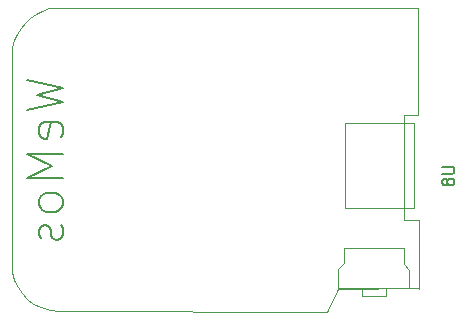
<source format=gbr>
G04 #@! TF.FileFunction,Legend,Bot*
%FSLAX46Y46*%
G04 Gerber Fmt 4.6, Leading zero omitted, Abs format (unit mm)*
G04 Created by KiCad (PCBNEW 4.0.5-e0-6337~52~ubuntu16.10.1) date Thu Jan 26 22:16:01 2017*
%MOMM*%
%LPD*%
G01*
G04 APERTURE LIST*
%ADD10C,0.100000*%
%ADD11C,0.150000*%
G04 APERTURE END LIST*
D10*
X73427228Y-119275472D02*
X73427228Y-113464180D01*
X73427228Y-113464180D02*
X72143795Y-113437849D01*
X72143795Y-113437849D02*
X72150483Y-104606627D01*
X72150483Y-104606627D02*
X73352736Y-104608603D01*
X73352736Y-104608603D02*
X73326658Y-95527807D01*
X73326658Y-95527807D02*
X42156507Y-95541805D01*
X42156507Y-95541805D02*
X41553714Y-95774616D01*
X41553714Y-95774616D02*
X41008833Y-96058099D01*
X41008833Y-96058099D02*
X40522423Y-96392747D01*
X40522423Y-96392747D02*
X40095048Y-96779047D01*
X40095048Y-96779047D02*
X39727259Y-97217488D01*
X39727259Y-97217488D02*
X39419623Y-97708560D01*
X39419623Y-97708560D02*
X39172690Y-98252750D01*
X39172690Y-98252750D02*
X38987024Y-98850547D01*
X38987024Y-98850547D02*
X38958266Y-117888460D01*
X38958266Y-117888460D02*
X39192259Y-118507824D01*
X39192259Y-118507824D02*
X39476742Y-119096018D01*
X39476742Y-119096018D02*
X39826257Y-119639445D01*
X39826257Y-119639445D02*
X40255342Y-120124503D01*
X40255342Y-120124503D02*
X40778540Y-120537595D01*
X40778540Y-120537595D02*
X41410387Y-120865122D01*
X41410387Y-120865122D02*
X42165425Y-121093482D01*
X42165425Y-121093482D02*
X43058193Y-121209078D01*
X43058193Y-121209078D02*
X65613285Y-121234026D01*
X65613285Y-121234026D02*
X66574181Y-119290480D01*
X66574181Y-119290480D02*
X73382524Y-119260686D01*
X67201451Y-105278350D02*
X67201451Y-112417931D01*
X67201451Y-112417931D02*
X73015188Y-112417931D01*
X73015188Y-112417931D02*
X73015188Y-105278350D01*
X73015188Y-105278350D02*
X67201451Y-105278350D01*
X66552349Y-119201600D02*
X66552349Y-117649378D01*
X66552349Y-117649378D02*
X67081515Y-117120211D01*
X67081515Y-117120211D02*
X67081515Y-115867850D01*
X67081515Y-115867850D02*
X72143876Y-115867850D01*
X72143876Y-115867850D02*
X72143876Y-117155489D01*
X72143876Y-117155489D02*
X72637765Y-117684656D01*
X72637765Y-117684656D02*
X72637765Y-119254517D01*
X72637765Y-119254517D02*
X66552349Y-119201600D01*
X68633738Y-119236878D02*
X68633738Y-119889517D01*
X68633738Y-119889517D02*
X70626932Y-119889517D01*
X70626932Y-119889517D02*
X70626932Y-119272156D01*
D11*
X75412381Y-108966095D02*
X76221905Y-108966095D01*
X76317143Y-109013714D01*
X76364762Y-109061333D01*
X76412381Y-109156571D01*
X76412381Y-109347048D01*
X76364762Y-109442286D01*
X76317143Y-109489905D01*
X76221905Y-109537524D01*
X75412381Y-109537524D01*
X75840952Y-110156571D02*
X75793333Y-110061333D01*
X75745714Y-110013714D01*
X75650476Y-109966095D01*
X75602857Y-109966095D01*
X75507619Y-110013714D01*
X75460000Y-110061333D01*
X75412381Y-110156571D01*
X75412381Y-110347048D01*
X75460000Y-110442286D01*
X75507619Y-110489905D01*
X75602857Y-110537524D01*
X75650476Y-110537524D01*
X75745714Y-110489905D01*
X75793333Y-110442286D01*
X75840952Y-110347048D01*
X75840952Y-110156571D01*
X75888571Y-110061333D01*
X75936190Y-110013714D01*
X76031429Y-109966095D01*
X76221905Y-109966095D01*
X76317143Y-110013714D01*
X76364762Y-110061333D01*
X76412381Y-110156571D01*
X76412381Y-110347048D01*
X76364762Y-110442286D01*
X76317143Y-110489905D01*
X76221905Y-110537524D01*
X76031429Y-110537524D01*
X75936190Y-110489905D01*
X75888571Y-110442286D01*
X75840952Y-110347048D01*
X40267143Y-101600857D02*
X43267143Y-102315143D01*
X41124286Y-102886572D01*
X43267143Y-103458000D01*
X40267143Y-104172286D01*
X43124286Y-106458000D02*
X43267143Y-106172286D01*
X43267143Y-105600857D01*
X43124286Y-105315143D01*
X42838571Y-105172286D01*
X41695714Y-105172286D01*
X41410000Y-105315143D01*
X41267143Y-105600857D01*
X41267143Y-106172286D01*
X41410000Y-106458000D01*
X41695714Y-106600857D01*
X41981429Y-106600857D01*
X42267143Y-105172286D01*
X43267143Y-107886572D02*
X40267143Y-107886572D01*
X42410000Y-108886572D01*
X40267143Y-109886572D01*
X43267143Y-109886572D01*
X43267143Y-111743714D02*
X43124286Y-111458000D01*
X42981429Y-111315143D01*
X42695714Y-111172286D01*
X41838571Y-111172286D01*
X41552857Y-111315143D01*
X41410000Y-111458000D01*
X41267143Y-111743714D01*
X41267143Y-112172286D01*
X41410000Y-112458000D01*
X41552857Y-112600857D01*
X41838571Y-112743714D01*
X42695714Y-112743714D01*
X42981429Y-112600857D01*
X43124286Y-112458000D01*
X43267143Y-112172286D01*
X43267143Y-111743714D01*
X43124286Y-113886572D02*
X43267143Y-114172286D01*
X43267143Y-114743714D01*
X43124286Y-115029429D01*
X42838571Y-115172286D01*
X42695714Y-115172286D01*
X42410000Y-115029429D01*
X42267143Y-114743714D01*
X42267143Y-114315143D01*
X42124286Y-114029429D01*
X41838571Y-113886572D01*
X41695714Y-113886572D01*
X41410000Y-114029429D01*
X41267143Y-114315143D01*
X41267143Y-114743714D01*
X41410000Y-115029429D01*
M02*

</source>
